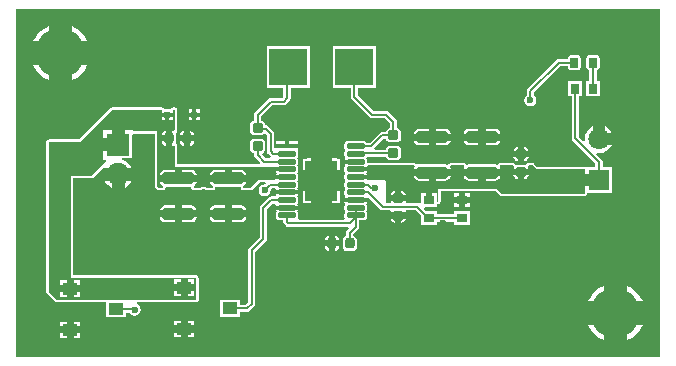
<source format=gtl>
G04*
G04 #@! TF.GenerationSoftware,Altium Limited,Altium Designer,19.1.6 (110)*
G04*
G04 Layer_Physical_Order=1*
G04 Layer_Color=255*
%FSLAX43Y43*%
%MOMM*%
G71*
G01*
G75*
%ADD12C,0.200*%
%ADD32C,1.900*%
%ADD33R,1.900X1.900*%
%ADD35R,1.500X0.450*%
G04:AMPARAMS|DCode=36|XSize=0.45mm|YSize=1.5mm|CornerRadius=0.113mm|HoleSize=0mm|Usage=FLASHONLY|Rotation=90.000|XOffset=0mm|YOffset=0mm|HoleType=Round|Shape=RoundedRectangle|*
%AMROUNDEDRECTD36*
21,1,0.450,1.275,0,0,90.0*
21,1,0.225,1.500,0,0,90.0*
1,1,0.225,0.638,0.113*
1,1,0.225,0.638,-0.113*
1,1,0.225,-0.638,-0.113*
1,1,0.225,-0.638,0.113*
%
%ADD36ROUNDEDRECTD36*%
%ADD37R,2.750X3.430*%
G04:AMPARAMS|DCode=38|XSize=0.9mm|YSize=0.8mm|CornerRadius=0.2mm|HoleSize=0mm|Usage=FLASHONLY|Rotation=0.000|XOffset=0mm|YOffset=0mm|HoleType=Round|Shape=RoundedRectangle|*
%AMROUNDEDRECTD38*
21,1,0.900,0.400,0,0,0.0*
21,1,0.500,0.800,0,0,0.0*
1,1,0.400,0.250,-0.200*
1,1,0.400,-0.250,-0.200*
1,1,0.400,-0.250,0.200*
1,1,0.400,0.250,0.200*
%
%ADD38ROUNDEDRECTD38*%
%ADD39R,1.300X1.000*%
%ADD40R,3.200X3.150*%
%ADD41R,0.800X0.900*%
G04:AMPARAMS|DCode=42|XSize=2.7mm|YSize=1mm|CornerRadius=0.25mm|HoleSize=0mm|Usage=FLASHONLY|Rotation=0.000|XOffset=0mm|YOffset=0mm|HoleType=Round|Shape=RoundedRectangle|*
%AMROUNDEDRECTD42*
21,1,2.700,0.500,0,0,0.0*
21,1,2.200,1.000,0,0,0.0*
1,1,0.500,1.100,-0.250*
1,1,0.500,-1.100,-0.250*
1,1,0.500,-1.100,0.250*
1,1,0.500,1.100,0.250*
%
%ADD42ROUNDEDRECTD42*%
G04:AMPARAMS|DCode=43|XSize=0.9mm|YSize=0.8mm|CornerRadius=0.2mm|HoleSize=0mm|Usage=FLASHONLY|Rotation=270.000|XOffset=0mm|YOffset=0mm|HoleType=Round|Shape=RoundedRectangle|*
%AMROUNDEDRECTD43*
21,1,0.900,0.400,0,0,270.0*
21,1,0.500,0.800,0,0,270.0*
1,1,0.400,-0.200,-0.250*
1,1,0.400,-0.200,0.250*
1,1,0.400,0.200,0.250*
1,1,0.400,0.200,-0.250*
%
%ADD43ROUNDEDRECTD43*%
%ADD44R,0.500X0.500*%
G04:AMPARAMS|DCode=45|XSize=0.9mm|YSize=0.7mm|CornerRadius=0.088mm|HoleSize=0mm|Usage=FLASHONLY|Rotation=90.000|XOffset=0mm|YOffset=0mm|HoleType=Round|Shape=RoundedRectangle|*
%AMROUNDEDRECTD45*
21,1,0.900,0.525,0,0,90.0*
21,1,0.725,0.700,0,0,90.0*
1,1,0.175,0.263,0.363*
1,1,0.175,0.263,-0.363*
1,1,0.175,-0.263,-0.363*
1,1,0.175,-0.263,0.363*
%
%ADD45ROUNDEDRECTD45*%
%ADD46R,0.900X0.800*%
%ADD47C,4.200*%
%ADD48C,1.800*%
%ADD49R,1.800X1.800*%
%ADD50C,0.600*%
G36*
X104745Y60255D02*
X50255D01*
Y89745D01*
X104745D01*
Y60255D01*
D02*
G37*
%LPC*%
G36*
X55000Y88300D02*
Y87000D01*
X56300D01*
X56089Y87396D01*
X55776Y87776D01*
X55396Y88089D01*
X55000Y88300D01*
D02*
G37*
G36*
X53000D02*
X52604Y88089D01*
X52224Y87776D01*
X51911Y87396D01*
X51700Y87000D01*
X53000D01*
Y88300D01*
D02*
G37*
G36*
X97762Y85855D02*
X97238D01*
X97125Y85833D01*
X97030Y85770D01*
X96967Y85675D01*
X96944Y85562D01*
Y85506D01*
X96200D01*
X96083Y85482D01*
X95984Y85416D01*
X95984Y85416D01*
X93584Y83016D01*
X93517Y82917D01*
X93494Y82800D01*
X93494Y82800D01*
Y82397D01*
X93440Y82360D01*
X93329Y82195D01*
X93290Y82000D01*
X93329Y81805D01*
X93440Y81640D01*
X93605Y81529D01*
X93800Y81490D01*
X93995Y81529D01*
X94160Y81640D01*
X94271Y81805D01*
X94310Y82000D01*
X94271Y82195D01*
X94160Y82360D01*
X94106Y82397D01*
Y82673D01*
X96327Y84894D01*
X96944D01*
Y84837D01*
X96967Y84725D01*
X97030Y84630D01*
X97125Y84567D01*
X97238Y84544D01*
X97762D01*
X97875Y84567D01*
X97970Y84630D01*
X98033Y84725D01*
X98056Y84837D01*
Y85562D01*
X98033Y85675D01*
X97970Y85770D01*
X97875Y85833D01*
X97762Y85855D01*
D02*
G37*
G36*
X56300Y85000D02*
X55000D01*
Y83700D01*
X55396Y83911D01*
X55776Y84224D01*
X56089Y84604D01*
X56300Y85000D01*
D02*
G37*
G36*
X53000D02*
X51700D01*
X51911Y84604D01*
X52224Y84224D01*
X52604Y83911D01*
X53000Y83700D01*
Y85000D01*
D02*
G37*
G36*
X99363Y85856D02*
X98838D01*
X98725Y85833D01*
X98630Y85770D01*
X98567Y85675D01*
X98544Y85562D01*
Y84838D01*
X98567Y84725D01*
X98630Y84630D01*
X98725Y84567D01*
X98794Y84553D01*
Y83650D01*
X98500D01*
Y82350D01*
X99700D01*
Y83650D01*
X99406D01*
Y84553D01*
X99475Y84567D01*
X99570Y84630D01*
X99633Y84725D01*
X99656Y84838D01*
Y85562D01*
X99633Y85675D01*
X99570Y85770D01*
X99475Y85833D01*
X99363Y85856D01*
D02*
G37*
G36*
X75100Y86575D02*
X71500D01*
Y83025D01*
X72894D01*
Y82327D01*
X72773Y82206D01*
X71800D01*
X71800Y82206D01*
X71683Y82183D01*
X71584Y82116D01*
X70484Y81016D01*
X70417Y80917D01*
X70394Y80800D01*
X70394Y80800D01*
Y80247D01*
X70294Y80227D01*
X70161Y80138D01*
X70073Y80006D01*
X70042Y79850D01*
Y79450D01*
X70073Y79294D01*
X70161Y79162D01*
X70294Y79073D01*
X70450Y79042D01*
X70950D01*
X71106Y79073D01*
X71238Y79162D01*
X71250Y79179D01*
X71376Y79191D01*
X71494Y79073D01*
Y77700D01*
X71494Y77700D01*
X71517Y77583D01*
X71584Y77484D01*
X71809Y77259D01*
X71809Y77259D01*
X71810Y77258D01*
X71771Y77131D01*
X71402D01*
X71092Y77441D01*
X71098Y77495D01*
X71126Y77586D01*
X71238Y77662D01*
X71327Y77794D01*
X71358Y77950D01*
Y78350D01*
X71327Y78506D01*
X71238Y78638D01*
X71106Y78727D01*
X70950Y78758D01*
X70450D01*
X70294Y78727D01*
X70162Y78638D01*
X70073Y78506D01*
X70042Y78350D01*
Y77950D01*
X70073Y77794D01*
X70162Y77662D01*
X70294Y77573D01*
X70394Y77553D01*
Y77400D01*
X70394Y77400D01*
X70417Y77283D01*
X70484Y77184D01*
X70937Y76731D01*
X70884Y76604D01*
X63904D01*
Y77551D01*
X63900Y77570D01*
Y77591D01*
X63898Y77600D01*
X63900Y77609D01*
Y77630D01*
X63904Y77649D01*
Y78117D01*
X63898Y78146D01*
X63895Y78176D01*
X63890Y78185D01*
X63888Y78195D01*
X63872Y78220D01*
X63858Y78246D01*
X63850Y78252D01*
X63844Y78261D01*
X63842Y78262D01*
X63774Y78384D01*
X63773Y78388D01*
X63777Y78394D01*
X63808Y78550D01*
Y79050D01*
X63777Y79206D01*
X63773Y79212D01*
X63774Y79216D01*
X63842Y79338D01*
X63844Y79339D01*
X63850Y79348D01*
X63858Y79354D01*
X63872Y79380D01*
X63888Y79405D01*
X63890Y79415D01*
X63895Y79424D01*
X63898Y79454D01*
X63904Y79483D01*
Y81200D01*
X63888Y81278D01*
X63844Y81344D01*
X63778Y81388D01*
X63700Y81404D01*
X63500D01*
X63422Y81388D01*
X63356Y81344D01*
X63312Y81278D01*
X63306Y81250D01*
X62794D01*
X62788Y81278D01*
X62744Y81344D01*
X62678Y81388D01*
X62600Y81404D01*
X58400Y81404D01*
X58322Y81388D01*
X58256Y81344D01*
X58256Y81344D01*
X55616Y78704D01*
X53000D01*
X52922Y78688D01*
X52856Y78644D01*
X52812Y78578D01*
X52796Y78500D01*
Y65800D01*
X52812Y65722D01*
X52856Y65656D01*
X53556Y64956D01*
X53622Y64912D01*
X53700Y64896D01*
X57875D01*
Y63624D01*
X59575D01*
Y64018D01*
X59887D01*
X59940Y63940D01*
X60105Y63829D01*
X60300Y63790D01*
X60495Y63829D01*
X60660Y63940D01*
X60771Y64105D01*
X60810Y64300D01*
X60771Y64495D01*
X60660Y64660D01*
X60495Y64771D01*
X60517Y64896D01*
X65500D01*
X65578Y64912D01*
X65644Y64956D01*
X65688Y65022D01*
X65704Y65100D01*
X65704Y67000D01*
X65688Y67078D01*
X65644Y67144D01*
X65578Y67188D01*
X65500Y67204D01*
X55104D01*
Y75396D01*
X56600D01*
X56600Y75396D01*
X56678Y75412D01*
X56744Y75456D01*
X57672Y76384D01*
X57780Y76312D01*
X57775Y76300D01*
X58900D01*
X60025D01*
X59992Y76380D01*
X59792Y76642D01*
X59530Y76842D01*
X59226Y76968D01*
X59187Y76973D01*
X59195Y77100D01*
X60050D01*
Y79086D01*
X60126Y79170D01*
X60177Y79196D01*
X61996Y79196D01*
X61996Y74701D01*
X62000Y74681D01*
Y74661D01*
X62008Y74643D01*
X62012Y74623D01*
X62023Y74606D01*
X62030Y74588D01*
X62045Y74573D01*
X62056Y74557D01*
X62072Y74546D01*
X62087Y74531D01*
X62113Y74513D01*
X62131Y74487D01*
X62146Y74473D01*
X62157Y74456D01*
X62173Y74445D01*
X62188Y74430D01*
X62206Y74423D01*
X62223Y74412D01*
X62243Y74408D01*
X62261Y74400D01*
X62281D01*
X62301Y74396D01*
X62707D01*
X62733Y74401D01*
X62760Y74403D01*
X62772Y74409D01*
X62785Y74412D01*
X62807Y74426D01*
X62831Y74438D01*
X62840Y74448D01*
X62852Y74456D01*
X62866Y74478D01*
X62884Y74498D01*
X62888Y74511D01*
X62896Y74522D01*
X62901Y74548D01*
X62910Y74573D01*
X62925Y74691D01*
X65075D01*
X65090Y74573D01*
X65099Y74548D01*
X65104Y74522D01*
X65112Y74511D01*
X65116Y74498D01*
X65134Y74478D01*
X65148Y74456D01*
X65160Y74448D01*
X65169Y74438D01*
X65193Y74426D01*
X65215Y74412D01*
X65228Y74409D01*
X65240Y74403D01*
X65267Y74401D01*
X65293Y74396D01*
X65799D01*
X65818Y74400D01*
X65838D01*
X65857Y74408D01*
X65877Y74412D01*
X65893Y74423D01*
X65912Y74430D01*
X65984Y74479D01*
X66100Y74502D01*
X66216Y74479D01*
X66288Y74430D01*
X66307Y74423D01*
X66323Y74412D01*
X66343Y74408D01*
X66362Y74400D01*
X66382D01*
X66401Y74396D01*
X66907D01*
X66933Y74401D01*
X66960Y74403D01*
X66972Y74409D01*
X66985Y74412D01*
X67007Y74426D01*
X67031Y74438D01*
X67040Y74448D01*
X67052Y74456D01*
X67066Y74478D01*
X67084Y74498D01*
X67088Y74511D01*
X67096Y74522D01*
X67101Y74548D01*
X67110Y74573D01*
X67125Y74691D01*
X69275D01*
X69290Y74573D01*
X69299Y74548D01*
X69304Y74522D01*
X69312Y74511D01*
X69316Y74498D01*
X69334Y74478D01*
X69348Y74456D01*
X69360Y74448D01*
X69369Y74438D01*
X69393Y74426D01*
X69415Y74412D01*
X69428Y74409D01*
X69440Y74403D01*
X69467Y74401D01*
X69493Y74396D01*
X70100D01*
X70178Y74412D01*
X70244Y74456D01*
X70884Y75096D01*
X71358D01*
X71407Y74979D01*
X71337Y74902D01*
X71300Y74910D01*
X71105Y74871D01*
X70940Y74760D01*
X70829Y74595D01*
X70790Y74400D01*
X70829Y74205D01*
X70940Y74040D01*
X71105Y73929D01*
X71300Y73890D01*
X71495Y73929D01*
X71660Y74040D01*
X71771Y74205D01*
X71810Y74400D01*
X71797Y74464D01*
X71902Y74569D01*
X72189D01*
X72248Y74487D01*
X72265Y74442D01*
X72254Y74390D01*
X73200D01*
X74146D01*
X74132Y74459D01*
X74071Y74550D01*
X74132Y74641D01*
X74156Y74762D01*
Y74988D01*
X74132Y75109D01*
X74071Y75200D01*
X74132Y75291D01*
X74156Y75412D01*
Y75637D01*
X74132Y75759D01*
X74071Y75850D01*
X74132Y75941D01*
X74156Y76062D01*
Y76287D01*
X74132Y76409D01*
X74071Y76500D01*
X74132Y76591D01*
X74156Y76713D01*
Y76938D01*
X74132Y77059D01*
X74071Y77150D01*
X74132Y77241D01*
X74156Y77363D01*
Y77588D01*
X74137Y77684D01*
X74150Y77700D01*
X74150D01*
Y77960D01*
X73200D01*
X72192D01*
X72123Y77925D01*
X72106Y77937D01*
Y79200D01*
X72106Y79200D01*
X72083Y79317D01*
X72016Y79416D01*
X72016Y79416D01*
X71616Y79816D01*
X71517Y79883D01*
X71400Y79906D01*
X71328Y79999D01*
X71327Y80006D01*
X71238Y80138D01*
X71106Y80227D01*
X71006Y80247D01*
Y80673D01*
X71927Y81594D01*
X72900D01*
X72900Y81594D01*
X73017Y81617D01*
X73116Y81684D01*
X73416Y81984D01*
X73483Y82083D01*
X73506Y82200D01*
Y83025D01*
X75100D01*
Y86575D01*
D02*
G37*
G36*
X65800Y81250D02*
X65515D01*
Y80965D01*
X65800D01*
Y81250D01*
D02*
G37*
G36*
X65185D02*
X64900D01*
Y80965D01*
X65185D01*
Y81250D01*
D02*
G37*
G36*
X65800Y80635D02*
X65515D01*
Y80350D01*
X65800D01*
Y80635D01*
D02*
G37*
G36*
X65185D02*
X64900D01*
Y80350D01*
X65185D01*
Y80635D01*
D02*
G37*
G36*
X80700Y86575D02*
X77100D01*
Y83025D01*
X78594D01*
Y82300D01*
X78594Y82300D01*
X78617Y82183D01*
X78684Y82084D01*
X80184Y80584D01*
X80184Y80584D01*
X80283Y80517D01*
X80400Y80494D01*
X81473D01*
X81894Y80073D01*
Y79647D01*
X81794Y79627D01*
X81661Y79538D01*
X81573Y79406D01*
X81563Y79356D01*
X81250D01*
X81250Y79356D01*
X81133Y79333D01*
X81034Y79266D01*
X81034Y79266D01*
X80198Y78431D01*
X79884D01*
X79863Y78463D01*
X79759Y78532D01*
X79637Y78556D01*
X78363D01*
X78241Y78532D01*
X78137Y78463D01*
X78068Y78359D01*
X78044Y78238D01*
Y78012D01*
X78068Y77891D01*
X78129Y77800D01*
X78068Y77709D01*
X78044Y77588D01*
Y77363D01*
X78068Y77241D01*
X78129Y77150D01*
X78068Y77059D01*
X78054Y76990D01*
X79000D01*
Y76660D01*
X78054D01*
X78068Y76591D01*
X78129Y76500D01*
X78068Y76409D01*
X78044Y76287D01*
Y76062D01*
X78068Y75941D01*
X78129Y75850D01*
X78068Y75759D01*
X78044Y75637D01*
Y75412D01*
X78068Y75291D01*
X78129Y75200D01*
X78068Y75109D01*
X78044Y74988D01*
Y74762D01*
X78068Y74641D01*
X78129Y74550D01*
X78068Y74459D01*
X78044Y74338D01*
Y74113D01*
X78068Y73991D01*
X78129Y73900D01*
X78068Y73809D01*
X78054Y73740D01*
X79000D01*
X79946D01*
X79945Y73743D01*
X80062Y73805D01*
X81084Y72784D01*
X81084Y72784D01*
X81183Y72717D01*
X81300Y72694D01*
X81300Y72694D01*
X81891D01*
X81965Y72567D01*
X81955Y72515D01*
X82600D01*
X83245D01*
X83235Y72567D01*
X83309Y72694D01*
X84073D01*
X84550Y72217D01*
Y71450D01*
X85850D01*
Y71744D01*
X87350D01*
Y71450D01*
X88650D01*
Y72650D01*
X87350D01*
Y72356D01*
X85850D01*
Y72650D01*
X84983D01*
X84800Y72833D01*
X84849Y72950D01*
X85850D01*
Y73082D01*
X85881Y73206D01*
X85898Y73210D01*
X85915Y73210D01*
X85962Y73220D01*
X85975Y73226D01*
X85989Y73228D01*
X86011Y73241D01*
X86035Y73252D01*
X86045Y73262D01*
X86057Y73269D01*
X86137Y73342D01*
X86140Y73346D01*
X86144Y73348D01*
X86164Y73378D01*
X86185Y73406D01*
X86186Y73410D01*
X86188Y73415D01*
X86195Y73449D01*
X86204Y73483D01*
X86203Y73488D01*
X86204Y73493D01*
X86204Y74296D01*
X90916Y74296D01*
X91256Y73956D01*
X91322Y73912D01*
X91400Y73896D01*
X98400D01*
X98478Y73912D01*
X98544Y73956D01*
X98588Y74022D01*
X98604Y74100D01*
Y74150D01*
X100700D01*
Y76350D01*
X99906D01*
Y76800D01*
X99906Y76800D01*
X99883Y76917D01*
X99816Y77016D01*
X99816Y77016D01*
X99394Y77439D01*
X99453Y77559D01*
X99600Y77540D01*
X99913Y77581D01*
X100205Y77702D01*
X100456Y77894D01*
X100648Y78145D01*
X100692Y78250D01*
X99600D01*
Y78750D01*
X99100D01*
Y79842D01*
X98995Y79798D01*
X98744Y79606D01*
X98552Y79355D01*
X98431Y79063D01*
X98390Y78750D01*
X98409Y78603D01*
X98289Y78544D01*
X97906Y78927D01*
Y82350D01*
X98200D01*
Y83650D01*
X97000D01*
Y82350D01*
X97294D01*
Y78800D01*
X97294Y78800D01*
X97317Y78683D01*
X97384Y78584D01*
X99294Y76673D01*
Y76350D01*
X98536D01*
X98478Y76388D01*
X98400Y76404D01*
X94384D01*
X94144Y76644D01*
X94078Y76688D01*
X94000Y76704D01*
X93650D01*
X93621Y76698D01*
X93591Y76695D01*
X93582Y76690D01*
X93572Y76688D01*
X93547Y76672D01*
X93521Y76658D01*
X93514Y76650D01*
X93506Y76644D01*
X93491Y76623D01*
X93481Y76609D01*
X93470Y76596D01*
X93469Y76594D01*
X93419Y76530D01*
X93406Y76527D01*
X93250Y76558D01*
X92750D01*
X92594Y76527D01*
X92581Y76530D01*
X92531Y76594D01*
X92530Y76596D01*
X92519Y76609D01*
X92509Y76623D01*
X92494Y76644D01*
X92486Y76650D01*
X92480Y76658D01*
X92453Y76672D01*
X92428Y76688D01*
X92418Y76690D01*
X92409Y76695D01*
X92380Y76698D01*
X92350Y76704D01*
X91260D01*
X91231Y76698D01*
X91201Y76695D01*
X91192Y76690D01*
X91182Y76688D01*
X91157Y76672D01*
X91131Y76658D01*
X91124Y76650D01*
X91116Y76644D01*
X91111Y76636D01*
X91038Y76585D01*
X90980Y76571D01*
X90976Y76574D01*
X90800Y76609D01*
X88600D01*
X88424Y76574D01*
X88420Y76571D01*
X88362Y76585D01*
X88289Y76636D01*
X88284Y76644D01*
X88276Y76650D01*
X88269Y76658D01*
X88243Y76672D01*
X88218Y76688D01*
X88208Y76690D01*
X88199Y76695D01*
X88169Y76698D01*
X88140Y76704D01*
X87060D01*
X87031Y76698D01*
X87001Y76695D01*
X86992Y76690D01*
X86982Y76688D01*
X86957Y76672D01*
X86931Y76658D01*
X86924Y76650D01*
X86916Y76644D01*
X86911Y76636D01*
X86838Y76585D01*
X86780Y76571D01*
X86776Y76574D01*
X86600Y76609D01*
X84400D01*
X84224Y76574D01*
X84220Y76571D01*
X84162Y76585D01*
X84089Y76636D01*
X84084Y76644D01*
X84076Y76650D01*
X84069Y76658D01*
X84043Y76672D01*
X84018Y76688D01*
X84008Y76690D01*
X83999Y76695D01*
X83969Y76698D01*
X83940Y76704D01*
X80077D01*
X80010Y76709D01*
X79958Y76815D01*
X79956Y76824D01*
Y76938D01*
X79932Y77059D01*
X79918Y77080D01*
X79986Y77207D01*
X81571D01*
X81573Y77194D01*
X81662Y77062D01*
X81794Y76973D01*
X81950Y76942D01*
X82450D01*
X82606Y76973D01*
X82738Y77062D01*
X82827Y77194D01*
X82858Y77350D01*
Y77750D01*
X82827Y77906D01*
X82738Y78038D01*
X82606Y78127D01*
X82450Y78158D01*
X81950D01*
X81794Y78127D01*
X81662Y78038D01*
X81573Y77906D01*
X81556Y77818D01*
X80630D01*
X80578Y77945D01*
X81377Y78744D01*
X81563D01*
X81573Y78694D01*
X81661Y78562D01*
X81794Y78473D01*
X81950Y78442D01*
X82450D01*
X82606Y78473D01*
X82738Y78562D01*
X82827Y78694D01*
X82858Y78850D01*
Y79250D01*
X82827Y79406D01*
X82738Y79538D01*
X82606Y79627D01*
X82506Y79647D01*
Y80200D01*
X82482Y80317D01*
X82416Y80416D01*
X82416Y80416D01*
X81816Y81016D01*
X81717Y81083D01*
X81600Y81106D01*
X81600Y81106D01*
X80527D01*
X79206Y82427D01*
Y83025D01*
X80700D01*
Y86575D01*
D02*
G37*
G36*
X100100Y79842D02*
Y79250D01*
X100692D01*
X100648Y79355D01*
X100456Y79606D01*
X100205Y79798D01*
X100100Y79842D01*
D02*
G37*
G36*
X90800Y79609D02*
X90000D01*
Y79200D01*
X91249D01*
X91224Y79326D01*
X91124Y79474D01*
X90976Y79574D01*
X90800Y79609D01*
D02*
G37*
G36*
X89400D02*
X88600D01*
X88424Y79574D01*
X88276Y79474D01*
X88176Y79326D01*
X88151Y79200D01*
X89400D01*
Y79609D01*
D02*
G37*
G36*
X86600D02*
X85800D01*
Y79200D01*
X87049D01*
X87024Y79326D01*
X86924Y79474D01*
X86776Y79574D01*
X86600Y79609D01*
D02*
G37*
G36*
X85200D02*
X84400D01*
X84224Y79574D01*
X84076Y79474D01*
X83976Y79326D01*
X83951Y79200D01*
X85200D01*
Y79609D01*
D02*
G37*
G36*
X64965Y79445D02*
Y79065D01*
X65305D01*
X65277Y79206D01*
X65188Y79339D01*
X65056Y79427D01*
X64965Y79445D01*
D02*
G37*
G36*
X64435D02*
X64344Y79427D01*
X64212Y79339D01*
X64123Y79206D01*
X64095Y79065D01*
X64435D01*
Y79445D01*
D02*
G37*
G36*
X74150Y78550D02*
X73365D01*
Y78290D01*
X74150D01*
Y78550D01*
D02*
G37*
G36*
X73035D02*
X72250D01*
Y78290D01*
X73035D01*
Y78550D01*
D02*
G37*
G36*
X91249Y78600D02*
X90000D01*
Y78191D01*
X90800D01*
X90976Y78226D01*
X91124Y78326D01*
X91224Y78474D01*
X91249Y78600D01*
D02*
G37*
G36*
X89400D02*
X88151D01*
X88176Y78474D01*
X88276Y78326D01*
X88424Y78226D01*
X88600Y78191D01*
X89400D01*
Y78600D01*
D02*
G37*
G36*
X87049D02*
X85800D01*
Y78191D01*
X86600D01*
X86776Y78226D01*
X86924Y78326D01*
X87024Y78474D01*
X87049Y78600D01*
D02*
G37*
G36*
X85200D02*
X83951D01*
X83976Y78474D01*
X84076Y78326D01*
X84224Y78226D01*
X84400Y78191D01*
X85200D01*
Y78600D01*
D02*
G37*
G36*
X65305Y78535D02*
X64965D01*
Y78155D01*
X65056Y78173D01*
X65188Y78262D01*
X65277Y78394D01*
X65305Y78535D01*
D02*
G37*
G36*
X64435D02*
X64095D01*
X64123Y78394D01*
X64212Y78262D01*
X64344Y78173D01*
X64435Y78155D01*
Y78535D01*
D02*
G37*
G36*
X93265Y78055D02*
Y77715D01*
X93645D01*
X93627Y77806D01*
X93538Y77938D01*
X93406Y78027D01*
X93265Y78055D01*
D02*
G37*
G36*
X92735D02*
X92594Y78027D01*
X92462Y77938D01*
X92373Y77806D01*
X92355Y77715D01*
X92735D01*
Y78055D01*
D02*
G37*
G36*
X93645Y77185D02*
X93265D01*
Y76845D01*
X93406Y76873D01*
X93538Y76962D01*
X93627Y77094D01*
X93645Y77185D01*
D02*
G37*
G36*
X92735D02*
X92355D01*
X92373Y77094D01*
X92462Y76962D01*
X92594Y76873D01*
X92735Y76845D01*
Y77185D01*
D02*
G37*
G36*
X77675Y77115D02*
X77000D01*
Y76100D01*
X77675D01*
Y77115D01*
D02*
G37*
G36*
X75200D02*
X74525D01*
Y76100D01*
X75200D01*
Y77115D01*
D02*
G37*
G36*
X58350Y75200D02*
X57775D01*
X57808Y75120D01*
X58008Y74858D01*
X58270Y74658D01*
X58350Y74625D01*
Y75200D01*
D02*
G37*
G36*
X60025D02*
X59450D01*
Y74625D01*
X59530Y74658D01*
X59792Y74858D01*
X59992Y75120D01*
X60025Y75200D01*
D02*
G37*
G36*
X88650Y74150D02*
X88265D01*
Y73815D01*
X88650D01*
Y74150D01*
D02*
G37*
G36*
X87735D02*
X87350D01*
Y73815D01*
X87735D01*
Y74150D01*
D02*
G37*
G36*
X77675Y74300D02*
X77000D01*
Y73285D01*
X77675D01*
Y74300D01*
D02*
G37*
G36*
X75200D02*
X74525D01*
Y73285D01*
X75200D01*
Y74300D01*
D02*
G37*
G36*
X74146Y74060D02*
X73200D01*
X72254D01*
X72265Y74008D01*
X72248Y73963D01*
X72189Y73881D01*
X71875D01*
X71758Y73858D01*
X71659Y73791D01*
X71659Y73791D01*
X70984Y73116D01*
X70917Y73017D01*
X70894Y72900D01*
X70894Y72900D01*
Y70427D01*
X69984Y69516D01*
X69917Y69417D01*
X69894Y69300D01*
X69894Y69300D01*
Y64927D01*
X69673Y64706D01*
X69250D01*
Y65100D01*
X67550D01*
Y63700D01*
X69250D01*
Y64094D01*
X69800D01*
X69800Y64094D01*
X69917Y64117D01*
X70016Y64184D01*
X70416Y64584D01*
X70416Y64584D01*
X70483Y64683D01*
X70506Y64800D01*
Y69173D01*
X71416Y70084D01*
X71416Y70084D01*
X71483Y70183D01*
X71506Y70300D01*
Y72773D01*
X72002Y73269D01*
X72189D01*
X72248Y73187D01*
X72265Y73142D01*
X72254Y73090D01*
X73200D01*
X74146D01*
X74132Y73159D01*
X74071Y73250D01*
X74132Y73341D01*
X74156Y73463D01*
Y73688D01*
X74132Y73809D01*
X74071Y73900D01*
X74132Y73991D01*
X74146Y74060D01*
D02*
G37*
G36*
X88650Y73285D02*
X88265D01*
Y72950D01*
X88650D01*
Y73285D01*
D02*
G37*
G36*
X87735D02*
X87350D01*
Y72950D01*
X87735D01*
Y73285D01*
D02*
G37*
G36*
X65100Y73109D02*
X64300D01*
Y72700D01*
X65549D01*
X65524Y72826D01*
X65424Y72974D01*
X65276Y73074D01*
X65100Y73109D01*
D02*
G37*
G36*
X69300D02*
X68500D01*
Y72700D01*
X69749D01*
X69724Y72826D01*
X69624Y72974D01*
X69476Y73074D01*
X69300Y73109D01*
D02*
G37*
G36*
X63700D02*
X62900D01*
X62724Y73074D01*
X62576Y72974D01*
X62476Y72826D01*
X62451Y72700D01*
X63700D01*
Y73109D01*
D02*
G37*
G36*
X67900D02*
X67100D01*
X66924Y73074D01*
X66776Y72974D01*
X66676Y72826D01*
X66651Y72700D01*
X67900D01*
Y73109D01*
D02*
G37*
G36*
X79946Y73410D02*
X79000D01*
X78054D01*
X78068Y73341D01*
X78129Y73250D01*
X78068Y73159D01*
X78044Y73037D01*
Y72812D01*
X78068Y72691D01*
X78129Y72600D01*
X78068Y72509D01*
X78044Y72387D01*
Y72162D01*
X78068Y72041D01*
X78073Y72033D01*
X78005Y71906D01*
X74195D01*
X74127Y72033D01*
X74132Y72041D01*
X74156Y72162D01*
Y72387D01*
X74132Y72509D01*
X74071Y72600D01*
X74132Y72691D01*
X74146Y72760D01*
X73200D01*
X72254D01*
X72268Y72691D01*
X72329Y72600D01*
X72268Y72509D01*
X72244Y72387D01*
Y72162D01*
X72268Y72041D01*
X72337Y71937D01*
X72441Y71868D01*
X72562Y71844D01*
X72894D01*
Y71717D01*
X72894Y71717D01*
X72917Y71600D01*
X72984Y71501D01*
X73101Y71384D01*
X73101Y71384D01*
X73200Y71317D01*
X73317Y71294D01*
X73317Y71294D01*
X78382D01*
X78435Y71167D01*
X78284Y71016D01*
X78217Y70917D01*
X78194Y70800D01*
X78194Y70800D01*
Y70537D01*
X78144Y70527D01*
X78012Y70438D01*
X77923Y70306D01*
X77892Y70150D01*
Y69650D01*
X77923Y69494D01*
X78012Y69362D01*
X78144Y69273D01*
X78300Y69242D01*
X78700D01*
X78856Y69273D01*
X78988Y69362D01*
X79077Y69494D01*
X79108Y69650D01*
Y70150D01*
X79077Y70306D01*
X78988Y70438D01*
X78856Y70527D01*
X78806Y70537D01*
Y70673D01*
X79216Y71084D01*
X79216Y71084D01*
X79283Y71183D01*
X79306Y71300D01*
Y71844D01*
X79637D01*
X79759Y71868D01*
X79863Y71937D01*
X79932Y72041D01*
X79956Y72162D01*
Y72387D01*
X79932Y72509D01*
X79871Y72600D01*
X79932Y72691D01*
X79956Y72812D01*
Y73037D01*
X79932Y73159D01*
X79871Y73250D01*
X79932Y73341D01*
X79946Y73410D01*
D02*
G37*
G36*
X69749Y72100D02*
X68500D01*
Y71691D01*
X69300D01*
X69476Y71726D01*
X69624Y71826D01*
X69724Y71974D01*
X69749Y72100D01*
D02*
G37*
G36*
X67900D02*
X66651D01*
X66676Y71974D01*
X66776Y71826D01*
X66924Y71726D01*
X67100Y71691D01*
X67900D01*
Y72100D01*
D02*
G37*
G36*
X65549D02*
X64300D01*
Y71691D01*
X65100D01*
X65276Y71726D01*
X65424Y71826D01*
X65524Y71974D01*
X65549Y72100D01*
D02*
G37*
G36*
X63700D02*
X62451D01*
X62476Y71974D01*
X62576Y71826D01*
X62724Y71726D01*
X62900Y71691D01*
X63700D01*
Y72100D01*
D02*
G37*
G36*
X82335Y71985D02*
X81955D01*
X81973Y71894D01*
X82062Y71762D01*
X82194Y71673D01*
X82335Y71645D01*
Y71985D01*
D02*
G37*
G36*
X83245D02*
X82865D01*
Y71645D01*
X83006Y71673D01*
X83138Y71762D01*
X83227Y71894D01*
X83245Y71985D01*
D02*
G37*
G36*
X77265Y70545D02*
Y70165D01*
X77605D01*
X77577Y70306D01*
X77488Y70438D01*
X77356Y70527D01*
X77265Y70545D01*
D02*
G37*
G36*
X76735D02*
X76644Y70527D01*
X76512Y70438D01*
X76423Y70306D01*
X76395Y70165D01*
X76735D01*
Y70545D01*
D02*
G37*
G36*
X77605Y69635D02*
X77265D01*
Y69255D01*
X77356Y69273D01*
X77488Y69361D01*
X77577Y69494D01*
X77605Y69635D01*
D02*
G37*
G36*
X76735D02*
X76395D01*
X76423Y69494D01*
X76512Y69361D01*
X76644Y69273D01*
X76735Y69255D01*
Y69635D01*
D02*
G37*
G36*
X102000Y66300D02*
Y65000D01*
X103300D01*
X103089Y65396D01*
X102776Y65776D01*
X102396Y66089D01*
X102000Y66300D01*
D02*
G37*
G36*
X100000D02*
X99604Y66089D01*
X99224Y65776D01*
X98911Y65396D01*
X98700Y65000D01*
X100000D01*
Y66300D01*
D02*
G37*
G36*
X65350Y63350D02*
X64800D01*
Y62950D01*
X65350D01*
Y63350D01*
D02*
G37*
G36*
X64200D02*
X63650D01*
Y62950D01*
X64200D01*
Y63350D01*
D02*
G37*
G36*
X55675Y63274D02*
X55125D01*
Y62874D01*
X55675D01*
Y63274D01*
D02*
G37*
G36*
X54525D02*
X53975D01*
Y62874D01*
X54525D01*
Y63274D01*
D02*
G37*
G36*
X65350Y62350D02*
X64800D01*
Y61950D01*
X65350D01*
Y62350D01*
D02*
G37*
G36*
X64200D02*
X63650D01*
Y61950D01*
X64200D01*
Y62350D01*
D02*
G37*
G36*
X55675Y62274D02*
X55125D01*
Y61874D01*
X55675D01*
Y62274D01*
D02*
G37*
G36*
X54525D02*
X53975D01*
Y61874D01*
X54525D01*
Y62274D01*
D02*
G37*
G36*
X103300Y63000D02*
X102000D01*
Y61700D01*
X102396Y61911D01*
X102776Y62224D01*
X103089Y62604D01*
X103300Y63000D01*
D02*
G37*
G36*
X100000D02*
X98700D01*
X98911Y62604D01*
X99224Y62224D01*
X99604Y61911D01*
X100000Y61700D01*
Y63000D01*
D02*
G37*
%LPD*%
G36*
X63700Y79483D02*
X63573Y79415D01*
X63556Y79427D01*
X63465Y79445D01*
Y78800D01*
Y78155D01*
X63556Y78173D01*
X63573Y78185D01*
X63700Y78117D01*
Y77649D01*
X63690Y77600D01*
X63700Y77551D01*
Y76400D01*
X72166D01*
X72215Y76340D01*
X73200D01*
Y76010D01*
X72254D01*
X72268Y75941D01*
X72329Y75850D01*
X72268Y75759D01*
X72254Y75690D01*
X73200D01*
Y75360D01*
X72215D01*
X72166Y75300D01*
X70800D01*
X70100Y74600D01*
X69493D01*
X69476Y74726D01*
X69624Y74826D01*
X69724Y74974D01*
X69749Y75100D01*
X68200D01*
X66651D01*
X66676Y74974D01*
X66776Y74826D01*
X66924Y74726D01*
X66907Y74600D01*
X66401D01*
X66295Y74671D01*
X66100Y74710D01*
X65905Y74671D01*
X65799Y74600D01*
X65293D01*
X65276Y74726D01*
X65424Y74826D01*
X65524Y74974D01*
X65549Y75100D01*
X64000D01*
X62451D01*
X62476Y74974D01*
X62576Y74826D01*
X62724Y74726D01*
X62707Y74600D01*
X62301D01*
X62260Y74660D01*
X62200Y74701D01*
X62200Y79400D01*
X60150Y79400D01*
Y79500D01*
X59450D01*
Y78250D01*
X58900D01*
Y77700D01*
X57650D01*
Y77000D01*
X57834D01*
X57883Y76883D01*
X56600Y75600D01*
X54900D01*
Y67200D01*
X54900Y67000D01*
X65500D01*
X65500Y65100D01*
X53700D01*
X53000Y65800D01*
Y78500D01*
X55700D01*
X58400Y81200D01*
X62600Y81200D01*
Y80965D01*
X63050D01*
X63500D01*
Y81200D01*
X63700D01*
Y79483D01*
D02*
G37*
%LPC*%
G36*
X63500Y80635D02*
X63215D01*
Y80350D01*
X63500D01*
Y80635D01*
D02*
G37*
G36*
X62885D02*
X62600D01*
Y80350D01*
X62885D01*
Y80635D01*
D02*
G37*
G36*
X62935Y79445D02*
X62844Y79427D01*
X62712Y79338D01*
X62623Y79206D01*
X62595Y79065D01*
X62935D01*
Y79445D01*
D02*
G37*
G36*
X58350Y79500D02*
X57650D01*
Y78800D01*
X58350D01*
Y79500D01*
D02*
G37*
G36*
X62935Y78535D02*
X62595D01*
X62623Y78394D01*
X62712Y78262D01*
X62844Y78173D01*
X62935Y78155D01*
Y78535D01*
D02*
G37*
G36*
X65100Y76109D02*
X64300D01*
Y75700D01*
X65549D01*
X65524Y75826D01*
X65424Y75974D01*
X65276Y76074D01*
X65100Y76109D01*
D02*
G37*
G36*
X69300D02*
X68500D01*
Y75700D01*
X69749D01*
X69724Y75826D01*
X69624Y75974D01*
X69476Y76074D01*
X69300Y76109D01*
D02*
G37*
G36*
X63700D02*
X62900D01*
X62724Y76074D01*
X62576Y75974D01*
X62476Y75826D01*
X62451Y75700D01*
X63700D01*
Y76109D01*
D02*
G37*
G36*
X67900D02*
X67100D01*
X66924Y76074D01*
X66776Y75974D01*
X66676Y75826D01*
X66651Y75700D01*
X67900D01*
Y76109D01*
D02*
G37*
G36*
X65350Y66850D02*
X64800D01*
Y66450D01*
X65350D01*
Y66850D01*
D02*
G37*
G36*
X64200D02*
X63650D01*
Y66450D01*
X64200D01*
Y66850D01*
D02*
G37*
G36*
X55675Y66774D02*
X55125D01*
Y66374D01*
X55675D01*
Y66774D01*
D02*
G37*
G36*
X54525D02*
X53975D01*
Y66374D01*
X54525D01*
Y66774D01*
D02*
G37*
G36*
X65350Y65850D02*
X64800D01*
Y65450D01*
X65350D01*
Y65850D01*
D02*
G37*
G36*
X64200D02*
X63650D01*
Y65450D01*
X64200D01*
Y65850D01*
D02*
G37*
G36*
X55675Y65774D02*
X55125D01*
Y65374D01*
X55675D01*
Y65774D01*
D02*
G37*
G36*
X54525D02*
X53975D01*
Y65374D01*
X54525D01*
Y65774D01*
D02*
G37*
%LPD*%
G36*
X94300Y76200D02*
X98400D01*
Y75750D01*
X99600D01*
Y74750D01*
X98400D01*
Y74100D01*
X91400D01*
X91000Y74500D01*
X86000Y74500D01*
X86000Y73493D01*
X85920Y73420D01*
X85873Y73410D01*
X85850Y73431D01*
Y74150D01*
X85465D01*
Y73550D01*
X84935D01*
Y74150D01*
X84550D01*
Y73300D01*
X84230D01*
X84200Y73306D01*
X84200Y73306D01*
X83309D01*
X83234Y73433D01*
X83245Y73485D01*
X82600D01*
X81955D01*
X81965Y73433D01*
X81891Y73306D01*
X81600D01*
Y75200D01*
X81500Y75300D01*
X80034D01*
X79985Y75360D01*
X79000D01*
Y75690D01*
X79946D01*
X79932Y75759D01*
X79871Y75850D01*
X79932Y75941D01*
X79946Y76010D01*
X79000D01*
Y76340D01*
X79946D01*
X79939Y76373D01*
X80012Y76500D01*
X83940D01*
X84008Y76373D01*
X83976Y76326D01*
X83951Y76200D01*
X87049D01*
X87024Y76326D01*
X86992Y76373D01*
X87060Y76500D01*
X88140D01*
X88208Y76373D01*
X88176Y76326D01*
X88151Y76200D01*
X91249D01*
X91224Y76326D01*
X91192Y76373D01*
X91260Y76500D01*
X92350D01*
X92418Y76373D01*
X92373Y76306D01*
X92355Y76215D01*
X93645D01*
X93627Y76306D01*
X93582Y76373D01*
X93650Y76500D01*
X94000D01*
X94300Y76200D01*
D02*
G37*
%LPC*%
G36*
X93645Y75685D02*
X93265D01*
Y75345D01*
X93406Y75373D01*
X93539Y75462D01*
X93627Y75594D01*
X93645Y75685D01*
D02*
G37*
G36*
X92735D02*
X92355D01*
X92373Y75594D01*
X92462Y75462D01*
X92594Y75373D01*
X92735Y75345D01*
Y75685D01*
D02*
G37*
G36*
X91249Y75600D02*
X90000D01*
Y75191D01*
X90800D01*
X90976Y75226D01*
X91124Y75326D01*
X91224Y75474D01*
X91249Y75600D01*
D02*
G37*
G36*
X89400D02*
X88151D01*
X88176Y75474D01*
X88276Y75326D01*
X88424Y75226D01*
X88600Y75191D01*
X89400D01*
Y75600D01*
D02*
G37*
G36*
X87049D02*
X85800D01*
Y75191D01*
X86600D01*
X86776Y75226D01*
X86924Y75326D01*
X87024Y75474D01*
X87049Y75600D01*
D02*
G37*
G36*
X85200D02*
X83951D01*
X83976Y75474D01*
X84076Y75326D01*
X84224Y75226D01*
X84400Y75191D01*
X85200D01*
Y75600D01*
D02*
G37*
G36*
X82865Y74355D02*
Y74015D01*
X83245D01*
X83227Y74106D01*
X83138Y74238D01*
X83006Y74327D01*
X82865Y74355D01*
D02*
G37*
G36*
X82335Y74355D02*
X82194Y74327D01*
X82061Y74238D01*
X81973Y74106D01*
X81955Y74015D01*
X82335D01*
Y74355D01*
D02*
G37*
%LPD*%
D12*
X79000Y72100D02*
Y72275D01*
Y71300D02*
Y72100D01*
X78500Y71600D02*
X79000Y72100D01*
X73317Y71600D02*
X78500D01*
X73200Y71717D02*
X73317Y71600D01*
X73200Y71717D02*
Y72275D01*
X73200Y72275D02*
X73200Y72275D01*
X85200Y72050D02*
X88000D01*
X81300Y73000D02*
X84200D01*
X85150Y72050D01*
X85200D01*
X80075Y74225D02*
X81300Y73000D01*
X79000Y74225D02*
X80075D01*
X71875Y73575D02*
X73200D01*
X71200Y72900D02*
X71875Y73575D01*
X71200Y70300D02*
Y72900D01*
X70200Y69300D02*
X71200Y70300D01*
X70200Y64800D02*
Y69300D01*
X69800Y64400D02*
X70200Y64800D01*
X68400Y64400D02*
X69800D01*
X99600Y75250D02*
Y76800D01*
X97600Y78800D02*
X99600Y76800D01*
X97600Y78800D02*
Y83000D01*
X79000Y72275D02*
Y72925D01*
X80300Y74600D02*
X80600D01*
X80050Y74850D02*
X80300Y74600D01*
X93800Y82000D02*
Y82800D01*
X96200Y85200D01*
X97500D01*
X99100Y83000D02*
Y85200D01*
X79025Y74850D02*
X80050D01*
X79000Y74875D02*
X79025Y74850D01*
X72900Y81900D02*
X73200Y82200D01*
Y84700D01*
X71800Y81900D02*
X72900D01*
X70700Y80800D02*
X71800Y81900D01*
X70700Y79650D02*
Y80800D01*
X78900Y82300D02*
Y84800D01*
Y82300D02*
X80400Y80800D01*
X81600D01*
X82200Y80200D01*
Y79050D02*
Y80200D01*
X81250Y79050D02*
X82200D01*
X80325Y78125D02*
X81250Y79050D01*
X79000Y78125D02*
X80325D01*
X82162Y77512D02*
X82200Y77550D01*
X79037Y77512D02*
X82162D01*
X79000Y77475D02*
X79037Y77512D01*
X70700Y79650D02*
X70750Y79600D01*
X71400D01*
X71800Y79200D01*
Y77700D02*
Y79200D01*
Y77700D02*
X72025Y77475D01*
X73200D01*
X73125Y77550D02*
X73200Y77475D01*
X70700Y77400D02*
Y78150D01*
Y77400D02*
X71275Y76825D01*
X73200D01*
X73175Y73600D02*
X73200Y73575D01*
X71300Y74400D02*
X71775Y74875D01*
X73200D01*
X60276Y64324D02*
X60300Y64300D01*
X58725Y64324D02*
X60276D01*
X79000Y72275D02*
X79000Y72275D01*
X78500Y70800D02*
X79000Y71300D01*
X78500Y69900D02*
Y70800D01*
X82200Y77550D02*
X82200Y77550D01*
D32*
X58900Y75750D02*
D03*
D33*
Y78250D02*
D03*
D35*
X73200Y78125D02*
D03*
D36*
Y77475D02*
D03*
Y76825D02*
D03*
Y76175D02*
D03*
Y75525D02*
D03*
Y74875D02*
D03*
Y74225D02*
D03*
Y73575D02*
D03*
Y72925D02*
D03*
Y72275D02*
D03*
X79000Y78125D02*
D03*
Y77475D02*
D03*
Y76825D02*
D03*
Y76175D02*
D03*
Y75525D02*
D03*
Y74875D02*
D03*
Y74225D02*
D03*
Y73575D02*
D03*
Y72925D02*
D03*
Y72275D02*
D03*
D37*
X76100Y75200D02*
D03*
D38*
X93000Y75950D02*
D03*
X93000Y77450D02*
D03*
X82200Y79050D02*
D03*
X82200Y77550D02*
D03*
X70700Y79650D02*
D03*
X70700Y78150D02*
D03*
X82600Y73750D02*
D03*
X82600Y72250D02*
D03*
D39*
X64500Y66150D02*
D03*
Y62650D02*
D03*
X68400Y64400D02*
D03*
X54825Y66074D02*
D03*
Y62574D02*
D03*
X58725Y64324D02*
D03*
D40*
X73300Y84800D02*
D03*
X78900D02*
D03*
D41*
X97600Y83000D02*
D03*
X99100Y83000D02*
D03*
D42*
X85500Y75900D02*
D03*
Y78900D02*
D03*
X89700Y75900D02*
D03*
Y78900D02*
D03*
X68200Y75400D02*
D03*
Y72400D02*
D03*
X64000Y75400D02*
D03*
Y72400D02*
D03*
D43*
X63200Y78800D02*
D03*
X64700Y78800D02*
D03*
X77000Y69900D02*
D03*
X78500Y69900D02*
D03*
D44*
X63050Y80800D02*
D03*
X65350D02*
D03*
D45*
X97500Y85200D02*
D03*
X99100Y85200D02*
D03*
D46*
X88000Y72050D02*
D03*
X88000Y73550D02*
D03*
X85200Y72050D02*
D03*
X85200Y73550D02*
D03*
D47*
X101000Y64000D02*
D03*
X54000Y86000D02*
D03*
D48*
X99600Y78750D02*
D03*
D49*
Y75250D02*
D03*
D50*
X62700Y82100D02*
D03*
X64100D02*
D03*
X65200D02*
D03*
X66300D02*
D03*
Y81100D02*
D03*
Y80200D02*
D03*
X66000Y79300D02*
D03*
Y78500D02*
D03*
Y77600D02*
D03*
X65100D02*
D03*
X64200D02*
D03*
X61900Y74300D02*
D03*
Y73400D02*
D03*
Y72600D02*
D03*
Y71800D02*
D03*
X66100Y71900D02*
D03*
X70300Y71100D02*
D03*
Y72700D02*
D03*
Y73500D02*
D03*
Y71900D02*
D03*
X69500Y71100D02*
D03*
X68700D02*
D03*
X67900D02*
D03*
X67000D02*
D03*
X66100D02*
D03*
Y74200D02*
D03*
Y73400D02*
D03*
Y72600D02*
D03*
X65200Y71100D02*
D03*
X64300D02*
D03*
X63300D02*
D03*
X62500D02*
D03*
X77700Y72400D02*
D03*
X76800D02*
D03*
X75600D02*
D03*
X74700D02*
D03*
X77700Y73100D02*
D03*
X76800D02*
D03*
X75600D02*
D03*
X74700D02*
D03*
X77700Y77300D02*
D03*
X76800D02*
D03*
X75700D02*
D03*
X74700D02*
D03*
X77700Y78000D02*
D03*
X76800D02*
D03*
X75700D02*
D03*
X74700D02*
D03*
X91200Y80100D02*
D03*
X91800Y79600D02*
D03*
Y78900D02*
D03*
Y78100D02*
D03*
X89200Y80200D02*
D03*
X88400D02*
D03*
X87600Y78600D02*
D03*
Y79500D02*
D03*
Y80200D02*
D03*
X86700D02*
D03*
X85900D02*
D03*
X85100D02*
D03*
X84300D02*
D03*
X83400D02*
D03*
Y79000D02*
D03*
Y78200D02*
D03*
Y77400D02*
D03*
X88600Y70900D02*
D03*
X86400Y71600D02*
D03*
X85100Y70900D02*
D03*
X84400D02*
D03*
X81400Y72500D02*
D03*
X83800Y71900D02*
D03*
X89300Y73100D02*
D03*
Y70900D02*
D03*
Y71700D02*
D03*
Y72400D02*
D03*
X87900Y70900D02*
D03*
X87200D02*
D03*
X86500D02*
D03*
X85800D02*
D03*
X83700Y71100D02*
D03*
X82900D02*
D03*
X82200D02*
D03*
X81400D02*
D03*
Y71800D02*
D03*
X78300Y68600D02*
D03*
X77400D02*
D03*
X76500D02*
D03*
X75600D02*
D03*
Y69400D02*
D03*
Y70200D02*
D03*
X77100Y73900D02*
D03*
X76100D02*
D03*
X75100D02*
D03*
X77100Y74700D02*
D03*
X76100D02*
D03*
X75100D02*
D03*
X77100Y75600D02*
D03*
X76100D02*
D03*
X75100D02*
D03*
X77100Y76500D02*
D03*
X76100D02*
D03*
X75100D02*
D03*
X80600Y74600D02*
D03*
X93800Y82000D02*
D03*
X71300Y74400D02*
D03*
X60300Y64300D02*
D03*
M02*

</source>
